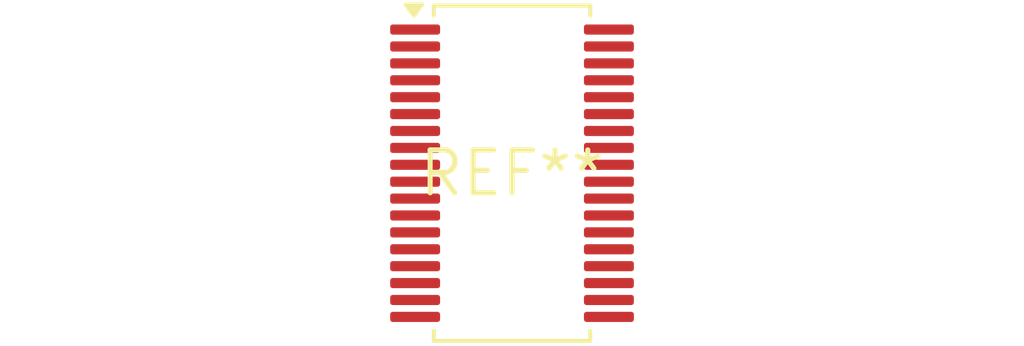
<source format=kicad_pcb>
(kicad_pcb (version 20240108) (generator pcbnew)
  (layers (0 "F.Cu" signal) (31 "B.Cu" signal) (34 "B.Paste" user) (35 "F.Paste" user) (36 "B.SilkS" user "B.Silkscreen") (37 "F.SilkS" user "F.Silkscreen") (38 "B.Mask" user) (39 "F.Mask" user) (44 "Edge.Cuts" user))
  (net 0 "")
  (footprint "TSSOP-36_4.4x9.7mm_P0.5mm" (layer "F.Cu") (at 0 0)
    (property "Reference" "REF**")
    (property "Value" "TSSOP-36_4.4x9.7mm_P0.5mm")
    (fp_line (start -2.31 -4.96) (end -2.31 -4.66) (layer "F.SilkS") (stroke (width 0.12)))
    (fp_line (start -2.31 4.96) (end -2.31 4.66) (layer "F.SilkS") (stroke (width 0.12)))
    (fp_line (start 0 -4.96) (end -2.31 -4.96) (layer "F.SilkS") (stroke (width 0.12)))
    (fp_line (start 0 -4.96) (end 2.31 -4.96) (layer "F.SilkS") (stroke (width 0.12)))
    (fp_line (start 0 4.96) (end -2.31 4.96) (layer "F.SilkS") (stroke (width 0.12)))
    (fp_line (start 0 4.96) (end 2.31 4.96) (layer "F.SilkS") (stroke (width 0.12)))
    (fp_line (start 2.31 -4.96) (end 2.31 -4.66) (layer "F.SilkS") (stroke (width 0.12)))
    (fp_line (start 2.31 4.96) (end 2.31 4.66) (layer "F.SilkS") (stroke (width 0.12)))
    (fp_poly (pts (xy -2.9 -4.66) (xy -3.14 -4.99) (xy -2.66 -4.99) (xy -2.9 -4.66)) (layer "F.SilkS") (stroke (width 0.12)) (fill solid))
    (pad "1" smd roundrect (at -2.8625 -4.25) (size 1.475 0.3) (layers "F.Cu" "F.Paste" "F.Mask"))
    (pad "2" smd roundrect (at -2.8625 -3.75) (size 1.475 0.3) (layers "F.Cu" "F.Paste" "F.Mask"))
    (pad "3" smd roundrect (at -2.8625 -3.25) (size 1.475 0.3) (layers "F.Cu" "F.Paste" "F.Mask"))
    (pad "4" smd roundrect (at -2.8625 -2.75) (size 1.475 0.3) (layers "F.Cu" "F.Paste" "F.Mask"))
    (pad "5" smd roundrect (at -2.8625 -2.25) (size 1.475 0.3) (layers "F.Cu" "F.Paste" "F.Mask"))
    (pad "6" smd roundrect (at -2.8625 -1.75) (size 1.475 0.3) (layers "F.Cu" "F.Paste" "F.Mask"))
    (pad "7" smd roundrect (at -2.8625 -1.25) (size 1.475 0.3) (layers "F.Cu" "F.Paste" "F.Mask"))
    (pad "8" smd roundrect (at -2.8625 -0.75) (size 1.475 0.3) (layers "F.Cu" "F.Paste" "F.Mask"))
    (pad "9" smd roundrect (at -2.8625 -0.25) (size 1.475 0.3) (layers "F.Cu" "F.Paste" "F.Mask"))
    (pad "10" smd roundrect (at -2.8625 0.25) (size 1.475 0.3) (layers "F.Cu" "F.Paste" "F.Mask"))
    (pad "11" smd roundrect (at -2.8625 0.75) (size 1.475 0.3) (layers "F.Cu" "F.Paste" "F.Mask"))
    (pad "12" smd roundrect (at -2.8625 1.25) (size 1.475 0.3) (layers "F.Cu" "F.Paste" "F.Mask"))
    (pad "13" smd roundrect (at -2.8625 1.75) (size 1.475 0.3) (layers "F.Cu" "F.Paste" "F.Mask"))
    (pad "14" smd roundrect (at -2.8625 2.25) (size 1.475 0.3) (layers "F.Cu" "F.Paste" "F.Mask"))
    (pad "15" smd roundrect (at -2.8625 2.75) (size 1.475 0.3) (layers "F.Cu" "F.Paste" "F.Mask"))
    (pad "16" smd roundrect (at -2.8625 3.25) (size 1.475 0.3) (layers "F.Cu" "F.Paste" "F.Mask"))
    (pad "17" smd roundrect (at -2.8625 3.75) (size 1.475 0.3) (layers "F.Cu" "F.Paste" "F.Mask"))
    (pad "18" smd roundrect (at -2.8625 4.25) (size 1.475 0.3) (layers "F.Cu" "F.Paste" "F.Mask"))
    (pad "19" smd roundrect (at 2.8625 4.25) (size 1.475 0.3) (layers "F.Cu" "F.Paste" "F.Mask"))
    (pad "20" smd roundrect (at 2.8625 3.75) (size 1.475 0.3) (layers "F.Cu" "F.Paste" "F.Mask"))
    (pad "21" smd roundrect (at 2.8625 3.25) (size 1.475 0.3) (layers "F.Cu" "F.Paste" "F.Mask"))
    (pad "22" smd roundrect (at 2.8625 2.75) (size 1.475 0.3) (layers "F.Cu" "F.Paste" "F.Mask"))
    (pad "23" smd roundrect (at 2.8625 2.25) (size 1.475 0.3) (layers "F.Cu" "F.Paste" "F.Mask"))
    (pad "24" smd roundrect (at 2.8625 1.75) (size 1.475 0.3) (layers "F.Cu" "F.Paste" "F.Mask"))
    (pad "25" smd roundrect (at 2.8625 1.25) (size 1.475 0.3) (layers "F.Cu" "F.Paste" "F.Mask"))
    (pad "26" smd roundrect (at 2.8625 0.75) (size 1.475 0.3) (layers "F.Cu" "F.Paste" "F.Mask"))
    (pad "27" smd roundrect (at 2.8625 0.25) (size 1.475 0.3) (layers "F.Cu" "F.Paste" "F.Mask"))
    (pad "28" smd roundrect (at 2.8625 -0.25) (size 1.475 0.3) (layers "F.Cu" "F.Paste" "F.Mask"))
    (pad "29" smd roundrect (at 2.8625 -0.75) (size 1.475 0.3) (layers "F.Cu" "F.Paste" "F.Mask"))
    (pad "30" smd roundrect (at 2.8625 -1.25) (size 1.475 0.3) (layers "F.Cu" "F.Paste" "F.Mask"))
    (pad "31" smd roundrect (at 2.8625 -1.75) (size 1.475 0.3) (layers "F.Cu" "F.Paste" "F.Mask"))
    (pad "32" smd roundrect (at 2.8625 -2.25) (size 1.475 0.3) (layers "F.Cu" "F.Paste" "F.Mask"))
    (pad "33" smd roundrect (at 2.8625 -2.75) (size 1.475 0.3) (layers "F.Cu" "F.Paste" "F.Mask"))
    (pad "34" smd roundrect (at 2.8625 -3.25) (size 1.475 0.3) (layers "F.Cu" "F.Paste" "F.Mask"))
    (pad "35" smd roundrect (at 2.8625 -3.75) (size 1.475 0.3) (layers "F.Cu" "F.Paste" "F.Mask"))
    (pad "36" smd roundrect (at 2.8625 -4.25) (size 1.475 0.3) (layers "F.Cu" "F.Paste" "F.Mask"))
  )
)
</source>
